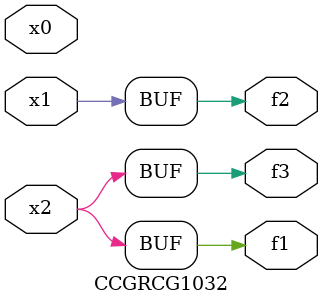
<source format=v>
module CCGRCG1032(
	input x0, x1, x2,
	output f1, f2, f3
);
	assign f1 = x2;
	assign f2 = x1;
	assign f3 = x2;
endmodule

</source>
